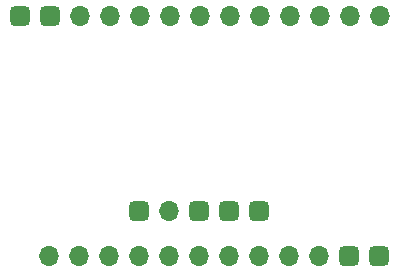
<source format=gbr>
%TF.GenerationSoftware,KiCad,Pcbnew,(6.0.9-0)*%
%TF.CreationDate,2023-03-30T16:31:36+10:00*%
%TF.ProjectId,Feather M0 Temp Sensor,46656174-6865-4722-904d-302054656d70,rev?*%
%TF.SameCoordinates,Original*%
%TF.FileFunction,Soldermask,Top*%
%TF.FilePolarity,Negative*%
%FSLAX46Y46*%
G04 Gerber Fmt 4.6, Leading zero omitted, Abs format (unit mm)*
G04 Created by KiCad (PCBNEW (6.0.9-0)) date 2023-03-30 16:31:36*
%MOMM*%
%LPD*%
G01*
G04 APERTURE LIST*
G04 Aperture macros list*
%AMRoundRect*
0 Rectangle with rounded corners*
0 $1 Rounding radius*
0 $2 $3 $4 $5 $6 $7 $8 $9 X,Y pos of 4 corners*
0 Add a 4 corners polygon primitive as box body*
4,1,4,$2,$3,$4,$5,$6,$7,$8,$9,$2,$3,0*
0 Add four circle primitives for the rounded corners*
1,1,$1+$1,$2,$3*
1,1,$1+$1,$4,$5*
1,1,$1+$1,$6,$7*
1,1,$1+$1,$8,$9*
0 Add four rect primitives between the rounded corners*
20,1,$1+$1,$2,$3,$4,$5,0*
20,1,$1+$1,$4,$5,$6,$7,0*
20,1,$1+$1,$6,$7,$8,$9,0*
20,1,$1+$1,$8,$9,$2,$3,0*%
G04 Aperture macros list end*
%ADD10RoundRect,0.425000X0.425000X-0.425000X0.425000X0.425000X-0.425000X0.425000X-0.425000X-0.425000X0*%
%ADD11O,1.700000X1.700000*%
%ADD12RoundRect,0.425000X-0.425000X0.425000X-0.425000X-0.425000X0.425000X-0.425000X0.425000X0.425000X0*%
G04 APERTURE END LIST*
D10*
%TO.C,J1*%
X99075000Y-55855000D03*
X101615000Y-55855000D03*
D11*
X104155000Y-55855000D03*
X106695000Y-55855000D03*
X109235000Y-55855000D03*
X111775000Y-55855000D03*
X114315000Y-55855000D03*
X116855000Y-55855000D03*
X119395000Y-55855000D03*
X121935000Y-55855000D03*
X124475000Y-55855000D03*
X127015000Y-55855000D03*
X129555000Y-55855000D03*
%TD*%
D12*
%TO.C,U1*%
X119380000Y-72390000D03*
X116840000Y-72390000D03*
X114300000Y-72390000D03*
D11*
X111760000Y-72390000D03*
D12*
X109220000Y-72390000D03*
%TD*%
%TO.C,J2*%
X129540000Y-76200000D03*
X127000000Y-76200000D03*
D11*
X124460000Y-76200000D03*
X121920000Y-76200000D03*
X119380000Y-76200000D03*
X116840000Y-76200000D03*
X114300000Y-76200000D03*
X111760000Y-76200000D03*
X109220000Y-76200000D03*
X106680000Y-76200000D03*
X104140000Y-76200000D03*
X101600000Y-76200000D03*
%TD*%
M02*

</source>
